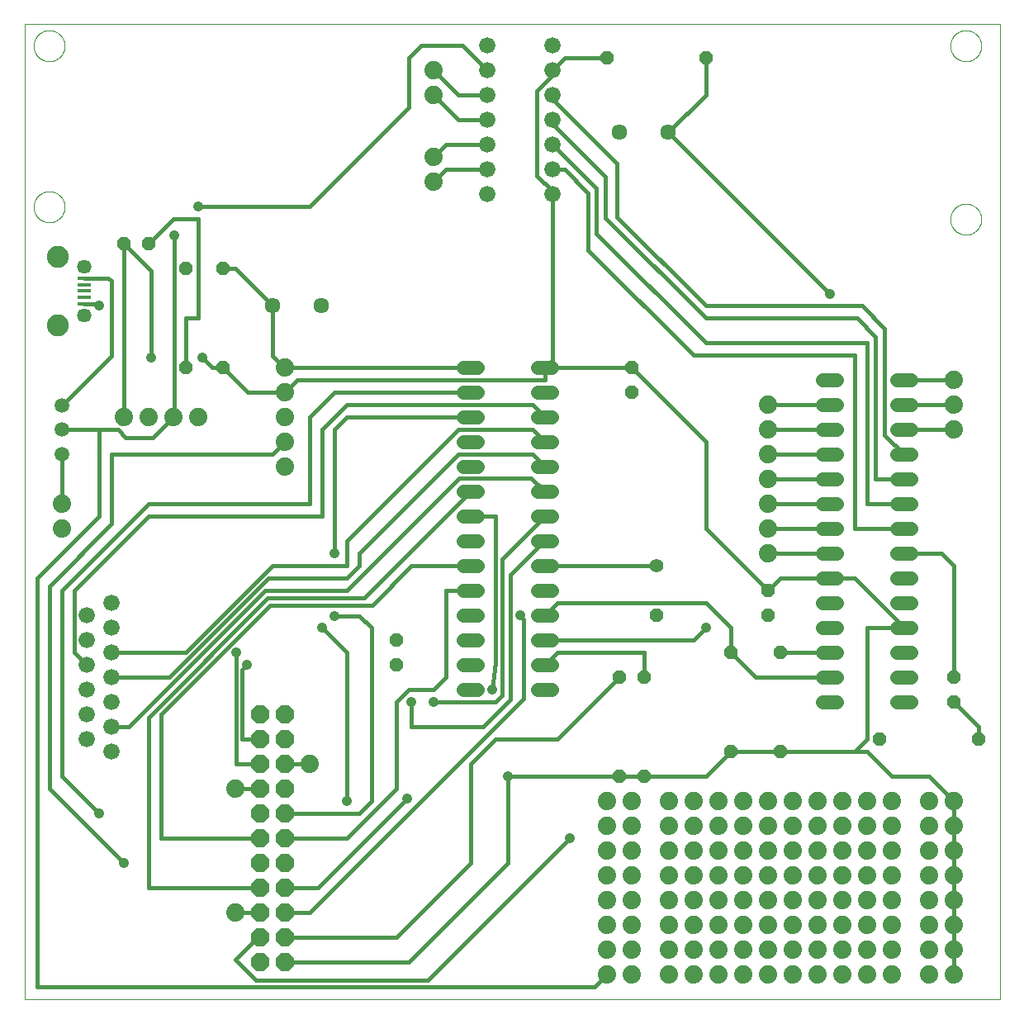
<source format=gtl>
G75*
%MOIN*%
%OFA0B0*%
%FSLAX25Y25*%
%IPPOS*%
%LPD*%
%AMOC8*
5,1,8,0,0,1.08239X$1,22.5*
%
%ADD10C,0.00000*%
%ADD11C,0.05600*%
%ADD12R,0.05315X0.01575*%
%ADD13C,0.05746*%
%ADD14C,0.08858*%
%ADD15C,0.07400*%
%ADD16C,0.05943*%
%ADD17OC8,0.05600*%
%ADD18C,0.06337*%
%ADD19C,0.05600*%
%ADD20C,0.06600*%
%ADD21OC8,0.07400*%
%ADD22C,0.01600*%
%ADD23C,0.04165*%
D10*
X0085423Y0001800D02*
X0085423Y0395501D01*
X0479124Y0395501D01*
X0479124Y0001800D01*
X0085423Y0001800D01*
X0459173Y0316800D02*
X0459175Y0316958D01*
X0459181Y0317115D01*
X0459191Y0317273D01*
X0459205Y0317430D01*
X0459223Y0317586D01*
X0459244Y0317743D01*
X0459270Y0317898D01*
X0459300Y0318053D01*
X0459333Y0318207D01*
X0459371Y0318360D01*
X0459412Y0318513D01*
X0459457Y0318664D01*
X0459506Y0318814D01*
X0459559Y0318962D01*
X0459615Y0319110D01*
X0459676Y0319255D01*
X0459739Y0319400D01*
X0459807Y0319542D01*
X0459878Y0319683D01*
X0459952Y0319822D01*
X0460030Y0319959D01*
X0460112Y0320094D01*
X0460196Y0320227D01*
X0460285Y0320358D01*
X0460376Y0320486D01*
X0460471Y0320613D01*
X0460568Y0320736D01*
X0460669Y0320858D01*
X0460773Y0320976D01*
X0460880Y0321092D01*
X0460990Y0321205D01*
X0461102Y0321316D01*
X0461218Y0321423D01*
X0461336Y0321528D01*
X0461456Y0321630D01*
X0461579Y0321728D01*
X0461705Y0321824D01*
X0461833Y0321916D01*
X0461963Y0322005D01*
X0462095Y0322091D01*
X0462230Y0322173D01*
X0462367Y0322252D01*
X0462505Y0322327D01*
X0462645Y0322399D01*
X0462788Y0322467D01*
X0462931Y0322532D01*
X0463077Y0322593D01*
X0463224Y0322650D01*
X0463372Y0322704D01*
X0463522Y0322754D01*
X0463672Y0322800D01*
X0463824Y0322842D01*
X0463977Y0322881D01*
X0464131Y0322915D01*
X0464286Y0322946D01*
X0464441Y0322972D01*
X0464597Y0322995D01*
X0464754Y0323014D01*
X0464911Y0323029D01*
X0465068Y0323040D01*
X0465226Y0323047D01*
X0465384Y0323050D01*
X0465541Y0323049D01*
X0465699Y0323044D01*
X0465856Y0323035D01*
X0466014Y0323022D01*
X0466170Y0323005D01*
X0466327Y0322984D01*
X0466482Y0322960D01*
X0466637Y0322931D01*
X0466792Y0322898D01*
X0466945Y0322862D01*
X0467098Y0322821D01*
X0467249Y0322777D01*
X0467399Y0322729D01*
X0467548Y0322678D01*
X0467696Y0322622D01*
X0467842Y0322563D01*
X0467987Y0322500D01*
X0468130Y0322433D01*
X0468271Y0322363D01*
X0468410Y0322290D01*
X0468548Y0322213D01*
X0468684Y0322132D01*
X0468817Y0322048D01*
X0468948Y0321961D01*
X0469077Y0321870D01*
X0469204Y0321776D01*
X0469329Y0321679D01*
X0469450Y0321579D01*
X0469570Y0321476D01*
X0469686Y0321370D01*
X0469800Y0321261D01*
X0469912Y0321149D01*
X0470020Y0321035D01*
X0470125Y0320917D01*
X0470228Y0320797D01*
X0470327Y0320675D01*
X0470423Y0320550D01*
X0470516Y0320422D01*
X0470606Y0320293D01*
X0470692Y0320161D01*
X0470776Y0320027D01*
X0470855Y0319891D01*
X0470932Y0319753D01*
X0471004Y0319613D01*
X0471073Y0319471D01*
X0471139Y0319328D01*
X0471201Y0319183D01*
X0471259Y0319036D01*
X0471314Y0318888D01*
X0471365Y0318739D01*
X0471412Y0318588D01*
X0471455Y0318437D01*
X0471494Y0318284D01*
X0471530Y0318130D01*
X0471561Y0317976D01*
X0471589Y0317821D01*
X0471613Y0317665D01*
X0471633Y0317508D01*
X0471649Y0317351D01*
X0471661Y0317194D01*
X0471669Y0317037D01*
X0471673Y0316879D01*
X0471673Y0316721D01*
X0471669Y0316563D01*
X0471661Y0316406D01*
X0471649Y0316249D01*
X0471633Y0316092D01*
X0471613Y0315935D01*
X0471589Y0315779D01*
X0471561Y0315624D01*
X0471530Y0315470D01*
X0471494Y0315316D01*
X0471455Y0315163D01*
X0471412Y0315012D01*
X0471365Y0314861D01*
X0471314Y0314712D01*
X0471259Y0314564D01*
X0471201Y0314417D01*
X0471139Y0314272D01*
X0471073Y0314129D01*
X0471004Y0313987D01*
X0470932Y0313847D01*
X0470855Y0313709D01*
X0470776Y0313573D01*
X0470692Y0313439D01*
X0470606Y0313307D01*
X0470516Y0313178D01*
X0470423Y0313050D01*
X0470327Y0312925D01*
X0470228Y0312803D01*
X0470125Y0312683D01*
X0470020Y0312565D01*
X0469912Y0312451D01*
X0469800Y0312339D01*
X0469686Y0312230D01*
X0469570Y0312124D01*
X0469450Y0312021D01*
X0469329Y0311921D01*
X0469204Y0311824D01*
X0469077Y0311730D01*
X0468948Y0311639D01*
X0468817Y0311552D01*
X0468684Y0311468D01*
X0468548Y0311387D01*
X0468410Y0311310D01*
X0468271Y0311237D01*
X0468130Y0311167D01*
X0467987Y0311100D01*
X0467842Y0311037D01*
X0467696Y0310978D01*
X0467548Y0310922D01*
X0467399Y0310871D01*
X0467249Y0310823D01*
X0467098Y0310779D01*
X0466945Y0310738D01*
X0466792Y0310702D01*
X0466637Y0310669D01*
X0466482Y0310640D01*
X0466327Y0310616D01*
X0466170Y0310595D01*
X0466014Y0310578D01*
X0465856Y0310565D01*
X0465699Y0310556D01*
X0465541Y0310551D01*
X0465384Y0310550D01*
X0465226Y0310553D01*
X0465068Y0310560D01*
X0464911Y0310571D01*
X0464754Y0310586D01*
X0464597Y0310605D01*
X0464441Y0310628D01*
X0464286Y0310654D01*
X0464131Y0310685D01*
X0463977Y0310719D01*
X0463824Y0310758D01*
X0463672Y0310800D01*
X0463522Y0310846D01*
X0463372Y0310896D01*
X0463224Y0310950D01*
X0463077Y0311007D01*
X0462931Y0311068D01*
X0462788Y0311133D01*
X0462645Y0311201D01*
X0462505Y0311273D01*
X0462367Y0311348D01*
X0462230Y0311427D01*
X0462095Y0311509D01*
X0461963Y0311595D01*
X0461833Y0311684D01*
X0461705Y0311776D01*
X0461579Y0311872D01*
X0461456Y0311970D01*
X0461336Y0312072D01*
X0461218Y0312177D01*
X0461102Y0312284D01*
X0460990Y0312395D01*
X0460880Y0312508D01*
X0460773Y0312624D01*
X0460669Y0312742D01*
X0460568Y0312864D01*
X0460471Y0312987D01*
X0460376Y0313114D01*
X0460285Y0313242D01*
X0460196Y0313373D01*
X0460112Y0313506D01*
X0460030Y0313641D01*
X0459952Y0313778D01*
X0459878Y0313917D01*
X0459807Y0314058D01*
X0459739Y0314200D01*
X0459676Y0314345D01*
X0459615Y0314490D01*
X0459559Y0314638D01*
X0459506Y0314786D01*
X0459457Y0314936D01*
X0459412Y0315087D01*
X0459371Y0315240D01*
X0459333Y0315393D01*
X0459300Y0315547D01*
X0459270Y0315702D01*
X0459244Y0315857D01*
X0459223Y0316014D01*
X0459205Y0316170D01*
X0459191Y0316327D01*
X0459181Y0316485D01*
X0459175Y0316642D01*
X0459173Y0316800D01*
X0459173Y0386800D02*
X0459175Y0386958D01*
X0459181Y0387115D01*
X0459191Y0387273D01*
X0459205Y0387430D01*
X0459223Y0387586D01*
X0459244Y0387743D01*
X0459270Y0387898D01*
X0459300Y0388053D01*
X0459333Y0388207D01*
X0459371Y0388360D01*
X0459412Y0388513D01*
X0459457Y0388664D01*
X0459506Y0388814D01*
X0459559Y0388962D01*
X0459615Y0389110D01*
X0459676Y0389255D01*
X0459739Y0389400D01*
X0459807Y0389542D01*
X0459878Y0389683D01*
X0459952Y0389822D01*
X0460030Y0389959D01*
X0460112Y0390094D01*
X0460196Y0390227D01*
X0460285Y0390358D01*
X0460376Y0390486D01*
X0460471Y0390613D01*
X0460568Y0390736D01*
X0460669Y0390858D01*
X0460773Y0390976D01*
X0460880Y0391092D01*
X0460990Y0391205D01*
X0461102Y0391316D01*
X0461218Y0391423D01*
X0461336Y0391528D01*
X0461456Y0391630D01*
X0461579Y0391728D01*
X0461705Y0391824D01*
X0461833Y0391916D01*
X0461963Y0392005D01*
X0462095Y0392091D01*
X0462230Y0392173D01*
X0462367Y0392252D01*
X0462505Y0392327D01*
X0462645Y0392399D01*
X0462788Y0392467D01*
X0462931Y0392532D01*
X0463077Y0392593D01*
X0463224Y0392650D01*
X0463372Y0392704D01*
X0463522Y0392754D01*
X0463672Y0392800D01*
X0463824Y0392842D01*
X0463977Y0392881D01*
X0464131Y0392915D01*
X0464286Y0392946D01*
X0464441Y0392972D01*
X0464597Y0392995D01*
X0464754Y0393014D01*
X0464911Y0393029D01*
X0465068Y0393040D01*
X0465226Y0393047D01*
X0465384Y0393050D01*
X0465541Y0393049D01*
X0465699Y0393044D01*
X0465856Y0393035D01*
X0466014Y0393022D01*
X0466170Y0393005D01*
X0466327Y0392984D01*
X0466482Y0392960D01*
X0466637Y0392931D01*
X0466792Y0392898D01*
X0466945Y0392862D01*
X0467098Y0392821D01*
X0467249Y0392777D01*
X0467399Y0392729D01*
X0467548Y0392678D01*
X0467696Y0392622D01*
X0467842Y0392563D01*
X0467987Y0392500D01*
X0468130Y0392433D01*
X0468271Y0392363D01*
X0468410Y0392290D01*
X0468548Y0392213D01*
X0468684Y0392132D01*
X0468817Y0392048D01*
X0468948Y0391961D01*
X0469077Y0391870D01*
X0469204Y0391776D01*
X0469329Y0391679D01*
X0469450Y0391579D01*
X0469570Y0391476D01*
X0469686Y0391370D01*
X0469800Y0391261D01*
X0469912Y0391149D01*
X0470020Y0391035D01*
X0470125Y0390917D01*
X0470228Y0390797D01*
X0470327Y0390675D01*
X0470423Y0390550D01*
X0470516Y0390422D01*
X0470606Y0390293D01*
X0470692Y0390161D01*
X0470776Y0390027D01*
X0470855Y0389891D01*
X0470932Y0389753D01*
X0471004Y0389613D01*
X0471073Y0389471D01*
X0471139Y0389328D01*
X0471201Y0389183D01*
X0471259Y0389036D01*
X0471314Y0388888D01*
X0471365Y0388739D01*
X0471412Y0388588D01*
X0471455Y0388437D01*
X0471494Y0388284D01*
X0471530Y0388130D01*
X0471561Y0387976D01*
X0471589Y0387821D01*
X0471613Y0387665D01*
X0471633Y0387508D01*
X0471649Y0387351D01*
X0471661Y0387194D01*
X0471669Y0387037D01*
X0471673Y0386879D01*
X0471673Y0386721D01*
X0471669Y0386563D01*
X0471661Y0386406D01*
X0471649Y0386249D01*
X0471633Y0386092D01*
X0471613Y0385935D01*
X0471589Y0385779D01*
X0471561Y0385624D01*
X0471530Y0385470D01*
X0471494Y0385316D01*
X0471455Y0385163D01*
X0471412Y0385012D01*
X0471365Y0384861D01*
X0471314Y0384712D01*
X0471259Y0384564D01*
X0471201Y0384417D01*
X0471139Y0384272D01*
X0471073Y0384129D01*
X0471004Y0383987D01*
X0470932Y0383847D01*
X0470855Y0383709D01*
X0470776Y0383573D01*
X0470692Y0383439D01*
X0470606Y0383307D01*
X0470516Y0383178D01*
X0470423Y0383050D01*
X0470327Y0382925D01*
X0470228Y0382803D01*
X0470125Y0382683D01*
X0470020Y0382565D01*
X0469912Y0382451D01*
X0469800Y0382339D01*
X0469686Y0382230D01*
X0469570Y0382124D01*
X0469450Y0382021D01*
X0469329Y0381921D01*
X0469204Y0381824D01*
X0469077Y0381730D01*
X0468948Y0381639D01*
X0468817Y0381552D01*
X0468684Y0381468D01*
X0468548Y0381387D01*
X0468410Y0381310D01*
X0468271Y0381237D01*
X0468130Y0381167D01*
X0467987Y0381100D01*
X0467842Y0381037D01*
X0467696Y0380978D01*
X0467548Y0380922D01*
X0467399Y0380871D01*
X0467249Y0380823D01*
X0467098Y0380779D01*
X0466945Y0380738D01*
X0466792Y0380702D01*
X0466637Y0380669D01*
X0466482Y0380640D01*
X0466327Y0380616D01*
X0466170Y0380595D01*
X0466014Y0380578D01*
X0465856Y0380565D01*
X0465699Y0380556D01*
X0465541Y0380551D01*
X0465384Y0380550D01*
X0465226Y0380553D01*
X0465068Y0380560D01*
X0464911Y0380571D01*
X0464754Y0380586D01*
X0464597Y0380605D01*
X0464441Y0380628D01*
X0464286Y0380654D01*
X0464131Y0380685D01*
X0463977Y0380719D01*
X0463824Y0380758D01*
X0463672Y0380800D01*
X0463522Y0380846D01*
X0463372Y0380896D01*
X0463224Y0380950D01*
X0463077Y0381007D01*
X0462931Y0381068D01*
X0462788Y0381133D01*
X0462645Y0381201D01*
X0462505Y0381273D01*
X0462367Y0381348D01*
X0462230Y0381427D01*
X0462095Y0381509D01*
X0461963Y0381595D01*
X0461833Y0381684D01*
X0461705Y0381776D01*
X0461579Y0381872D01*
X0461456Y0381970D01*
X0461336Y0382072D01*
X0461218Y0382177D01*
X0461102Y0382284D01*
X0460990Y0382395D01*
X0460880Y0382508D01*
X0460773Y0382624D01*
X0460669Y0382742D01*
X0460568Y0382864D01*
X0460471Y0382987D01*
X0460376Y0383114D01*
X0460285Y0383242D01*
X0460196Y0383373D01*
X0460112Y0383506D01*
X0460030Y0383641D01*
X0459952Y0383778D01*
X0459878Y0383917D01*
X0459807Y0384058D01*
X0459739Y0384200D01*
X0459676Y0384345D01*
X0459615Y0384490D01*
X0459559Y0384638D01*
X0459506Y0384786D01*
X0459457Y0384936D01*
X0459412Y0385087D01*
X0459371Y0385240D01*
X0459333Y0385393D01*
X0459300Y0385547D01*
X0459270Y0385702D01*
X0459244Y0385857D01*
X0459223Y0386014D01*
X0459205Y0386170D01*
X0459191Y0386327D01*
X0459181Y0386485D01*
X0459175Y0386642D01*
X0459173Y0386800D01*
X0089173Y0386800D02*
X0089175Y0386958D01*
X0089181Y0387115D01*
X0089191Y0387273D01*
X0089205Y0387430D01*
X0089223Y0387586D01*
X0089244Y0387743D01*
X0089270Y0387898D01*
X0089300Y0388053D01*
X0089333Y0388207D01*
X0089371Y0388360D01*
X0089412Y0388513D01*
X0089457Y0388664D01*
X0089506Y0388814D01*
X0089559Y0388962D01*
X0089615Y0389110D01*
X0089676Y0389255D01*
X0089739Y0389400D01*
X0089807Y0389542D01*
X0089878Y0389683D01*
X0089952Y0389822D01*
X0090030Y0389959D01*
X0090112Y0390094D01*
X0090196Y0390227D01*
X0090285Y0390358D01*
X0090376Y0390486D01*
X0090471Y0390613D01*
X0090568Y0390736D01*
X0090669Y0390858D01*
X0090773Y0390976D01*
X0090880Y0391092D01*
X0090990Y0391205D01*
X0091102Y0391316D01*
X0091218Y0391423D01*
X0091336Y0391528D01*
X0091456Y0391630D01*
X0091579Y0391728D01*
X0091705Y0391824D01*
X0091833Y0391916D01*
X0091963Y0392005D01*
X0092095Y0392091D01*
X0092230Y0392173D01*
X0092367Y0392252D01*
X0092505Y0392327D01*
X0092645Y0392399D01*
X0092788Y0392467D01*
X0092931Y0392532D01*
X0093077Y0392593D01*
X0093224Y0392650D01*
X0093372Y0392704D01*
X0093522Y0392754D01*
X0093672Y0392800D01*
X0093824Y0392842D01*
X0093977Y0392881D01*
X0094131Y0392915D01*
X0094286Y0392946D01*
X0094441Y0392972D01*
X0094597Y0392995D01*
X0094754Y0393014D01*
X0094911Y0393029D01*
X0095068Y0393040D01*
X0095226Y0393047D01*
X0095384Y0393050D01*
X0095541Y0393049D01*
X0095699Y0393044D01*
X0095856Y0393035D01*
X0096014Y0393022D01*
X0096170Y0393005D01*
X0096327Y0392984D01*
X0096482Y0392960D01*
X0096637Y0392931D01*
X0096792Y0392898D01*
X0096945Y0392862D01*
X0097098Y0392821D01*
X0097249Y0392777D01*
X0097399Y0392729D01*
X0097548Y0392678D01*
X0097696Y0392622D01*
X0097842Y0392563D01*
X0097987Y0392500D01*
X0098130Y0392433D01*
X0098271Y0392363D01*
X0098410Y0392290D01*
X0098548Y0392213D01*
X0098684Y0392132D01*
X0098817Y0392048D01*
X0098948Y0391961D01*
X0099077Y0391870D01*
X0099204Y0391776D01*
X0099329Y0391679D01*
X0099450Y0391579D01*
X0099570Y0391476D01*
X0099686Y0391370D01*
X0099800Y0391261D01*
X0099912Y0391149D01*
X0100020Y0391035D01*
X0100125Y0390917D01*
X0100228Y0390797D01*
X0100327Y0390675D01*
X0100423Y0390550D01*
X0100516Y0390422D01*
X0100606Y0390293D01*
X0100692Y0390161D01*
X0100776Y0390027D01*
X0100855Y0389891D01*
X0100932Y0389753D01*
X0101004Y0389613D01*
X0101073Y0389471D01*
X0101139Y0389328D01*
X0101201Y0389183D01*
X0101259Y0389036D01*
X0101314Y0388888D01*
X0101365Y0388739D01*
X0101412Y0388588D01*
X0101455Y0388437D01*
X0101494Y0388284D01*
X0101530Y0388130D01*
X0101561Y0387976D01*
X0101589Y0387821D01*
X0101613Y0387665D01*
X0101633Y0387508D01*
X0101649Y0387351D01*
X0101661Y0387194D01*
X0101669Y0387037D01*
X0101673Y0386879D01*
X0101673Y0386721D01*
X0101669Y0386563D01*
X0101661Y0386406D01*
X0101649Y0386249D01*
X0101633Y0386092D01*
X0101613Y0385935D01*
X0101589Y0385779D01*
X0101561Y0385624D01*
X0101530Y0385470D01*
X0101494Y0385316D01*
X0101455Y0385163D01*
X0101412Y0385012D01*
X0101365Y0384861D01*
X0101314Y0384712D01*
X0101259Y0384564D01*
X0101201Y0384417D01*
X0101139Y0384272D01*
X0101073Y0384129D01*
X0101004Y0383987D01*
X0100932Y0383847D01*
X0100855Y0383709D01*
X0100776Y0383573D01*
X0100692Y0383439D01*
X0100606Y0383307D01*
X0100516Y0383178D01*
X0100423Y0383050D01*
X0100327Y0382925D01*
X0100228Y0382803D01*
X0100125Y0382683D01*
X0100020Y0382565D01*
X0099912Y0382451D01*
X0099800Y0382339D01*
X0099686Y0382230D01*
X0099570Y0382124D01*
X0099450Y0382021D01*
X0099329Y0381921D01*
X0099204Y0381824D01*
X0099077Y0381730D01*
X0098948Y0381639D01*
X0098817Y0381552D01*
X0098684Y0381468D01*
X0098548Y0381387D01*
X0098410Y0381310D01*
X0098271Y0381237D01*
X0098130Y0381167D01*
X0097987Y0381100D01*
X0097842Y0381037D01*
X0097696Y0380978D01*
X0097548Y0380922D01*
X0097399Y0380871D01*
X0097249Y0380823D01*
X0097098Y0380779D01*
X0096945Y0380738D01*
X0096792Y0380702D01*
X0096637Y0380669D01*
X0096482Y0380640D01*
X0096327Y0380616D01*
X0096170Y0380595D01*
X0096014Y0380578D01*
X0095856Y0380565D01*
X0095699Y0380556D01*
X0095541Y0380551D01*
X0095384Y0380550D01*
X0095226Y0380553D01*
X0095068Y0380560D01*
X0094911Y0380571D01*
X0094754Y0380586D01*
X0094597Y0380605D01*
X0094441Y0380628D01*
X0094286Y0380654D01*
X0094131Y0380685D01*
X0093977Y0380719D01*
X0093824Y0380758D01*
X0093672Y0380800D01*
X0093522Y0380846D01*
X0093372Y0380896D01*
X0093224Y0380950D01*
X0093077Y0381007D01*
X0092931Y0381068D01*
X0092788Y0381133D01*
X0092645Y0381201D01*
X0092505Y0381273D01*
X0092367Y0381348D01*
X0092230Y0381427D01*
X0092095Y0381509D01*
X0091963Y0381595D01*
X0091833Y0381684D01*
X0091705Y0381776D01*
X0091579Y0381872D01*
X0091456Y0381970D01*
X0091336Y0382072D01*
X0091218Y0382177D01*
X0091102Y0382284D01*
X0090990Y0382395D01*
X0090880Y0382508D01*
X0090773Y0382624D01*
X0090669Y0382742D01*
X0090568Y0382864D01*
X0090471Y0382987D01*
X0090376Y0383114D01*
X0090285Y0383242D01*
X0090196Y0383373D01*
X0090112Y0383506D01*
X0090030Y0383641D01*
X0089952Y0383778D01*
X0089878Y0383917D01*
X0089807Y0384058D01*
X0089739Y0384200D01*
X0089676Y0384345D01*
X0089615Y0384490D01*
X0089559Y0384638D01*
X0089506Y0384786D01*
X0089457Y0384936D01*
X0089412Y0385087D01*
X0089371Y0385240D01*
X0089333Y0385393D01*
X0089300Y0385547D01*
X0089270Y0385702D01*
X0089244Y0385857D01*
X0089223Y0386014D01*
X0089205Y0386170D01*
X0089191Y0386327D01*
X0089181Y0386485D01*
X0089175Y0386642D01*
X0089173Y0386800D01*
X0089173Y0321800D02*
X0089175Y0321958D01*
X0089181Y0322115D01*
X0089191Y0322273D01*
X0089205Y0322430D01*
X0089223Y0322586D01*
X0089244Y0322743D01*
X0089270Y0322898D01*
X0089300Y0323053D01*
X0089333Y0323207D01*
X0089371Y0323360D01*
X0089412Y0323513D01*
X0089457Y0323664D01*
X0089506Y0323814D01*
X0089559Y0323962D01*
X0089615Y0324110D01*
X0089676Y0324255D01*
X0089739Y0324400D01*
X0089807Y0324542D01*
X0089878Y0324683D01*
X0089952Y0324822D01*
X0090030Y0324959D01*
X0090112Y0325094D01*
X0090196Y0325227D01*
X0090285Y0325358D01*
X0090376Y0325486D01*
X0090471Y0325613D01*
X0090568Y0325736D01*
X0090669Y0325858D01*
X0090773Y0325976D01*
X0090880Y0326092D01*
X0090990Y0326205D01*
X0091102Y0326316D01*
X0091218Y0326423D01*
X0091336Y0326528D01*
X0091456Y0326630D01*
X0091579Y0326728D01*
X0091705Y0326824D01*
X0091833Y0326916D01*
X0091963Y0327005D01*
X0092095Y0327091D01*
X0092230Y0327173D01*
X0092367Y0327252D01*
X0092505Y0327327D01*
X0092645Y0327399D01*
X0092788Y0327467D01*
X0092931Y0327532D01*
X0093077Y0327593D01*
X0093224Y0327650D01*
X0093372Y0327704D01*
X0093522Y0327754D01*
X0093672Y0327800D01*
X0093824Y0327842D01*
X0093977Y0327881D01*
X0094131Y0327915D01*
X0094286Y0327946D01*
X0094441Y0327972D01*
X0094597Y0327995D01*
X0094754Y0328014D01*
X0094911Y0328029D01*
X0095068Y0328040D01*
X0095226Y0328047D01*
X0095384Y0328050D01*
X0095541Y0328049D01*
X0095699Y0328044D01*
X0095856Y0328035D01*
X0096014Y0328022D01*
X0096170Y0328005D01*
X0096327Y0327984D01*
X0096482Y0327960D01*
X0096637Y0327931D01*
X0096792Y0327898D01*
X0096945Y0327862D01*
X0097098Y0327821D01*
X0097249Y0327777D01*
X0097399Y0327729D01*
X0097548Y0327678D01*
X0097696Y0327622D01*
X0097842Y0327563D01*
X0097987Y0327500D01*
X0098130Y0327433D01*
X0098271Y0327363D01*
X0098410Y0327290D01*
X0098548Y0327213D01*
X0098684Y0327132D01*
X0098817Y0327048D01*
X0098948Y0326961D01*
X0099077Y0326870D01*
X0099204Y0326776D01*
X0099329Y0326679D01*
X0099450Y0326579D01*
X0099570Y0326476D01*
X0099686Y0326370D01*
X0099800Y0326261D01*
X0099912Y0326149D01*
X0100020Y0326035D01*
X0100125Y0325917D01*
X0100228Y0325797D01*
X0100327Y0325675D01*
X0100423Y0325550D01*
X0100516Y0325422D01*
X0100606Y0325293D01*
X0100692Y0325161D01*
X0100776Y0325027D01*
X0100855Y0324891D01*
X0100932Y0324753D01*
X0101004Y0324613D01*
X0101073Y0324471D01*
X0101139Y0324328D01*
X0101201Y0324183D01*
X0101259Y0324036D01*
X0101314Y0323888D01*
X0101365Y0323739D01*
X0101412Y0323588D01*
X0101455Y0323437D01*
X0101494Y0323284D01*
X0101530Y0323130D01*
X0101561Y0322976D01*
X0101589Y0322821D01*
X0101613Y0322665D01*
X0101633Y0322508D01*
X0101649Y0322351D01*
X0101661Y0322194D01*
X0101669Y0322037D01*
X0101673Y0321879D01*
X0101673Y0321721D01*
X0101669Y0321563D01*
X0101661Y0321406D01*
X0101649Y0321249D01*
X0101633Y0321092D01*
X0101613Y0320935D01*
X0101589Y0320779D01*
X0101561Y0320624D01*
X0101530Y0320470D01*
X0101494Y0320316D01*
X0101455Y0320163D01*
X0101412Y0320012D01*
X0101365Y0319861D01*
X0101314Y0319712D01*
X0101259Y0319564D01*
X0101201Y0319417D01*
X0101139Y0319272D01*
X0101073Y0319129D01*
X0101004Y0318987D01*
X0100932Y0318847D01*
X0100855Y0318709D01*
X0100776Y0318573D01*
X0100692Y0318439D01*
X0100606Y0318307D01*
X0100516Y0318178D01*
X0100423Y0318050D01*
X0100327Y0317925D01*
X0100228Y0317803D01*
X0100125Y0317683D01*
X0100020Y0317565D01*
X0099912Y0317451D01*
X0099800Y0317339D01*
X0099686Y0317230D01*
X0099570Y0317124D01*
X0099450Y0317021D01*
X0099329Y0316921D01*
X0099204Y0316824D01*
X0099077Y0316730D01*
X0098948Y0316639D01*
X0098817Y0316552D01*
X0098684Y0316468D01*
X0098548Y0316387D01*
X0098410Y0316310D01*
X0098271Y0316237D01*
X0098130Y0316167D01*
X0097987Y0316100D01*
X0097842Y0316037D01*
X0097696Y0315978D01*
X0097548Y0315922D01*
X0097399Y0315871D01*
X0097249Y0315823D01*
X0097098Y0315779D01*
X0096945Y0315738D01*
X0096792Y0315702D01*
X0096637Y0315669D01*
X0096482Y0315640D01*
X0096327Y0315616D01*
X0096170Y0315595D01*
X0096014Y0315578D01*
X0095856Y0315565D01*
X0095699Y0315556D01*
X0095541Y0315551D01*
X0095384Y0315550D01*
X0095226Y0315553D01*
X0095068Y0315560D01*
X0094911Y0315571D01*
X0094754Y0315586D01*
X0094597Y0315605D01*
X0094441Y0315628D01*
X0094286Y0315654D01*
X0094131Y0315685D01*
X0093977Y0315719D01*
X0093824Y0315758D01*
X0093672Y0315800D01*
X0093522Y0315846D01*
X0093372Y0315896D01*
X0093224Y0315950D01*
X0093077Y0316007D01*
X0092931Y0316068D01*
X0092788Y0316133D01*
X0092645Y0316201D01*
X0092505Y0316273D01*
X0092367Y0316348D01*
X0092230Y0316427D01*
X0092095Y0316509D01*
X0091963Y0316595D01*
X0091833Y0316684D01*
X0091705Y0316776D01*
X0091579Y0316872D01*
X0091456Y0316970D01*
X0091336Y0317072D01*
X0091218Y0317177D01*
X0091102Y0317284D01*
X0090990Y0317395D01*
X0090880Y0317508D01*
X0090773Y0317624D01*
X0090669Y0317742D01*
X0090568Y0317864D01*
X0090471Y0317987D01*
X0090376Y0318114D01*
X0090285Y0318242D01*
X0090196Y0318373D01*
X0090112Y0318506D01*
X0090030Y0318641D01*
X0089952Y0318778D01*
X0089878Y0318917D01*
X0089807Y0319058D01*
X0089739Y0319200D01*
X0089676Y0319345D01*
X0089615Y0319490D01*
X0089559Y0319638D01*
X0089506Y0319786D01*
X0089457Y0319936D01*
X0089412Y0320087D01*
X0089371Y0320240D01*
X0089333Y0320393D01*
X0089300Y0320547D01*
X0089270Y0320702D01*
X0089244Y0320857D01*
X0089223Y0321014D01*
X0089205Y0321170D01*
X0089191Y0321327D01*
X0089181Y0321485D01*
X0089175Y0321642D01*
X0089173Y0321800D01*
D11*
X0262623Y0256800D02*
X0268223Y0256800D01*
X0268223Y0246800D02*
X0262623Y0246800D01*
X0262623Y0236800D02*
X0268223Y0236800D01*
X0268223Y0226800D02*
X0262623Y0226800D01*
X0262623Y0216800D02*
X0268223Y0216800D01*
X0268223Y0206800D02*
X0262623Y0206800D01*
X0262623Y0196800D02*
X0268223Y0196800D01*
X0268223Y0186800D02*
X0262623Y0186800D01*
X0262623Y0176800D02*
X0268223Y0176800D01*
X0268223Y0166800D02*
X0262623Y0166800D01*
X0262623Y0156800D02*
X0268223Y0156800D01*
X0268223Y0146800D02*
X0262623Y0146800D01*
X0262623Y0136800D02*
X0268223Y0136800D01*
X0268223Y0126800D02*
X0262623Y0126800D01*
X0292623Y0126800D02*
X0298223Y0126800D01*
X0298223Y0136800D02*
X0292623Y0136800D01*
X0292623Y0146800D02*
X0298223Y0146800D01*
X0298223Y0156800D02*
X0292623Y0156800D01*
X0292623Y0166800D02*
X0298223Y0166800D01*
X0298223Y0176800D02*
X0292623Y0176800D01*
X0292623Y0186800D02*
X0298223Y0186800D01*
X0298223Y0196800D02*
X0292623Y0196800D01*
X0292623Y0206800D02*
X0298223Y0206800D01*
X0298223Y0216800D02*
X0292623Y0216800D01*
X0292623Y0226800D02*
X0298223Y0226800D01*
X0298223Y0236800D02*
X0292623Y0236800D01*
X0292623Y0246800D02*
X0298223Y0246800D01*
X0298223Y0256800D02*
X0292623Y0256800D01*
X0407623Y0251800D02*
X0413223Y0251800D01*
X0413223Y0241800D02*
X0407623Y0241800D01*
X0407623Y0231800D02*
X0413223Y0231800D01*
X0413223Y0221800D02*
X0407623Y0221800D01*
X0407623Y0211800D02*
X0413223Y0211800D01*
X0413223Y0201800D02*
X0407623Y0201800D01*
X0407623Y0191800D02*
X0413223Y0191800D01*
X0413223Y0181800D02*
X0407623Y0181800D01*
X0407623Y0171800D02*
X0413223Y0171800D01*
X0413223Y0161800D02*
X0407623Y0161800D01*
X0407623Y0151800D02*
X0413223Y0151800D01*
X0413223Y0141800D02*
X0407623Y0141800D01*
X0407623Y0131800D02*
X0413223Y0131800D01*
X0413223Y0121800D02*
X0407623Y0121800D01*
X0437623Y0121800D02*
X0443223Y0121800D01*
X0443223Y0131800D02*
X0437623Y0131800D01*
X0437623Y0141800D02*
X0443223Y0141800D01*
X0443223Y0151800D02*
X0437623Y0151800D01*
X0437623Y0161800D02*
X0443223Y0161800D01*
X0443223Y0171800D02*
X0437623Y0171800D01*
X0437623Y0181800D02*
X0443223Y0181800D01*
X0443223Y0191800D02*
X0437623Y0191800D01*
X0437623Y0201800D02*
X0443223Y0201800D01*
X0443223Y0211800D02*
X0437623Y0211800D01*
X0437623Y0221800D02*
X0443223Y0221800D01*
X0443223Y0231800D02*
X0437623Y0231800D01*
X0437623Y0241800D02*
X0443223Y0241800D01*
X0443223Y0251800D02*
X0437623Y0251800D01*
D12*
X0109553Y0282682D03*
X0109553Y0285280D03*
X0109553Y0287800D03*
X0109553Y0290359D03*
X0109553Y0292918D03*
D13*
X0109553Y0297643D03*
X0109553Y0277957D03*
D14*
X0098923Y0274020D03*
X0098923Y0301580D03*
D15*
X0125423Y0236800D03*
X0135423Y0236800D03*
X0145423Y0236800D03*
X0155423Y0236800D03*
X0190423Y0236800D03*
X0190423Y0246800D03*
X0190423Y0256800D03*
X0190423Y0226800D03*
X0190423Y0216800D03*
X0100423Y0201800D03*
X0100423Y0191800D03*
X0200423Y0096800D03*
X0170423Y0086800D03*
X0170423Y0036800D03*
X0320423Y0031800D03*
X0320423Y0021800D03*
X0330423Y0021800D03*
X0330423Y0031800D03*
X0330423Y0041800D03*
X0320423Y0041800D03*
X0320423Y0051800D03*
X0330423Y0051800D03*
X0330423Y0061800D03*
X0320423Y0061800D03*
X0320423Y0071800D03*
X0320423Y0081800D03*
X0330423Y0081800D03*
X0330423Y0071800D03*
X0345423Y0071800D03*
X0345423Y0081800D03*
X0355423Y0081800D03*
X0355423Y0071800D03*
X0365423Y0071800D03*
X0365423Y0081800D03*
X0375423Y0081800D03*
X0375423Y0071800D03*
X0385423Y0071800D03*
X0385423Y0081800D03*
X0395423Y0081800D03*
X0395423Y0071800D03*
X0395423Y0061800D03*
X0385423Y0061800D03*
X0375423Y0061800D03*
X0365423Y0061800D03*
X0355423Y0061800D03*
X0345423Y0061800D03*
X0345423Y0051800D03*
X0345423Y0041800D03*
X0355423Y0041800D03*
X0355423Y0051800D03*
X0365423Y0051800D03*
X0365423Y0041800D03*
X0375423Y0041800D03*
X0375423Y0051800D03*
X0385423Y0051800D03*
X0385423Y0041800D03*
X0385423Y0031800D03*
X0375423Y0031800D03*
X0365423Y0031800D03*
X0355423Y0031800D03*
X0345423Y0031800D03*
X0345423Y0021800D03*
X0355423Y0021800D03*
X0365423Y0021800D03*
X0375423Y0021800D03*
X0385423Y0021800D03*
X0385423Y0011800D03*
X0375423Y0011800D03*
X0365423Y0011800D03*
X0355423Y0011800D03*
X0345423Y0011800D03*
X0330423Y0011800D03*
X0320423Y0011800D03*
X0395423Y0011800D03*
X0395423Y0021800D03*
X0395423Y0031800D03*
X0395423Y0041800D03*
X0395423Y0051800D03*
X0405423Y0051800D03*
X0405423Y0041800D03*
X0415423Y0041800D03*
X0415423Y0051800D03*
X0425423Y0051800D03*
X0425423Y0041800D03*
X0435423Y0041800D03*
X0435423Y0051800D03*
X0435423Y0061800D03*
X0425423Y0061800D03*
X0415423Y0061800D03*
X0405423Y0061800D03*
X0405423Y0071800D03*
X0405423Y0081800D03*
X0415423Y0081800D03*
X0415423Y0071800D03*
X0425423Y0071800D03*
X0425423Y0081800D03*
X0435423Y0081800D03*
X0435423Y0071800D03*
X0450423Y0071800D03*
X0450423Y0081800D03*
X0460423Y0081800D03*
X0460423Y0071800D03*
X0460423Y0061800D03*
X0450423Y0061800D03*
X0450423Y0051800D03*
X0450423Y0041800D03*
X0460423Y0041800D03*
X0460423Y0051800D03*
X0460423Y0031800D03*
X0450423Y0031800D03*
X0450423Y0021800D03*
X0460423Y0021800D03*
X0460423Y0011800D03*
X0450423Y0011800D03*
X0435423Y0011800D03*
X0425423Y0011800D03*
X0415423Y0011800D03*
X0405423Y0011800D03*
X0405423Y0021800D03*
X0405423Y0031800D03*
X0415423Y0031800D03*
X0415423Y0021800D03*
X0425423Y0021800D03*
X0425423Y0031800D03*
X0435423Y0031800D03*
X0435423Y0021800D03*
X0385423Y0181800D03*
X0385423Y0191800D03*
X0385423Y0201800D03*
X0385423Y0211800D03*
X0385423Y0221800D03*
X0385423Y0231800D03*
X0385423Y0241800D03*
X0460423Y0241800D03*
X0460423Y0231800D03*
X0460423Y0251800D03*
X0250423Y0331800D03*
X0250423Y0341800D03*
X0250423Y0366800D03*
X0250423Y0376800D03*
D16*
X0100423Y0241643D03*
X0100423Y0231800D03*
X0100423Y0221957D03*
D17*
X0150423Y0256800D03*
X0165423Y0256800D03*
X0165423Y0296800D03*
X0150423Y0296800D03*
X0135423Y0306800D03*
X0125423Y0306800D03*
X0235423Y0146800D03*
X0235423Y0136800D03*
X0325423Y0131800D03*
X0335423Y0131800D03*
X0340423Y0156800D03*
X0370423Y0141800D03*
X0390423Y0141800D03*
X0385423Y0156800D03*
X0385423Y0166800D03*
X0430423Y0106800D03*
X0460423Y0121800D03*
X0460423Y0131800D03*
X0470423Y0106800D03*
X0390423Y0101800D03*
X0370423Y0101800D03*
X0335423Y0091800D03*
X0325423Y0091800D03*
X0330423Y0246800D03*
X0330423Y0256800D03*
X0320423Y0381800D03*
X0360423Y0381800D03*
D18*
X0345266Y0351800D03*
X0325581Y0351800D03*
X0205266Y0281800D03*
X0185581Y0281800D03*
D19*
X0340423Y0176800D03*
D20*
X0298455Y0326800D03*
X0298455Y0336800D03*
X0298455Y0346800D03*
X0298455Y0356800D03*
X0298455Y0366800D03*
X0298455Y0376800D03*
X0298455Y0386800D03*
X0272392Y0386800D03*
X0272392Y0376800D03*
X0272392Y0366800D03*
X0272392Y0356800D03*
X0272392Y0346800D03*
X0272392Y0336800D03*
X0272392Y0326800D03*
X0120423Y0161800D03*
X0120423Y0151800D03*
X0110423Y0146800D03*
X0110423Y0136800D03*
X0120423Y0131800D03*
X0120423Y0141800D03*
X0110423Y0126800D03*
X0110423Y0116800D03*
X0120423Y0111800D03*
X0120423Y0121800D03*
X0110423Y0106800D03*
X0120423Y0101800D03*
X0110423Y0156800D03*
D21*
X0180423Y0116800D03*
X0190423Y0116800D03*
X0190423Y0106800D03*
X0180423Y0106800D03*
X0180423Y0096800D03*
X0190423Y0096800D03*
X0190423Y0086800D03*
X0180423Y0086800D03*
X0180423Y0076800D03*
X0190423Y0076800D03*
X0190423Y0066800D03*
X0180423Y0066800D03*
X0180423Y0056800D03*
X0190423Y0056800D03*
X0190423Y0046800D03*
X0180423Y0046800D03*
X0180423Y0036800D03*
X0190423Y0036800D03*
X0190423Y0026800D03*
X0180423Y0026800D03*
X0180423Y0016800D03*
X0190423Y0016800D03*
D22*
X0240423Y0016800D01*
X0280423Y0056800D01*
X0280423Y0091800D01*
X0325423Y0091800D01*
X0335423Y0091800D01*
X0360423Y0091800D01*
X0370423Y0101800D01*
X0390423Y0101800D01*
X0420423Y0101800D01*
X0425423Y0101800D01*
X0435423Y0091800D01*
X0450423Y0091800D01*
X0460423Y0081800D01*
X0460423Y0071800D01*
X0460423Y0061800D01*
X0460423Y0051800D01*
X0460423Y0041800D01*
X0460423Y0031800D01*
X0460423Y0021800D01*
X0460423Y0011800D01*
X0420423Y0101800D02*
X0425423Y0106800D01*
X0425423Y0151800D01*
X0440423Y0151800D01*
X0420423Y0171800D01*
X0410423Y0171800D01*
X0390423Y0171800D01*
X0385423Y0166800D01*
X0360423Y0191800D01*
X0360423Y0226800D01*
X0330423Y0256800D01*
X0295423Y0256800D01*
X0298455Y0259831D01*
X0298455Y0326800D01*
X0298455Y0328153D01*
X0292255Y0334353D01*
X0292255Y0368747D01*
X0298455Y0374947D01*
X0298455Y0376800D01*
X0303455Y0381800D01*
X0320423Y0381800D01*
X0298455Y0366800D02*
X0298455Y0365447D01*
X0324523Y0339378D01*
X0324523Y0317700D01*
X0360423Y0281800D01*
X0423535Y0281800D01*
X0432623Y0272711D01*
X0432623Y0229600D01*
X0440423Y0221800D01*
X0440423Y0211800D02*
X0428923Y0211800D01*
X0428923Y0269300D01*
X0421423Y0276800D01*
X0360423Y0276800D01*
X0319823Y0317400D01*
X0319823Y0334078D01*
X0298455Y0355447D01*
X0298455Y0356800D01*
X0298455Y0346800D02*
X0300423Y0346800D01*
X0300423Y0344911D01*
X0316123Y0329211D01*
X0316123Y0311100D01*
X0360423Y0266800D01*
X0425423Y0266800D01*
X0425423Y0201800D01*
X0440423Y0201800D01*
X0440423Y0191800D02*
X0420423Y0191800D01*
X0420423Y0261800D01*
X0355423Y0261800D01*
X0312923Y0304300D01*
X0312923Y0327300D01*
X0303423Y0336800D01*
X0298455Y0336800D01*
X0272392Y0336800D02*
X0255423Y0336800D01*
X0250423Y0331800D01*
X0250423Y0341800D02*
X0255423Y0346800D01*
X0272392Y0346800D01*
X0272392Y0356800D02*
X0260423Y0356800D01*
X0250423Y0366800D01*
X0260423Y0366800D02*
X0250423Y0376800D01*
X0240423Y0381800D02*
X0245423Y0386800D01*
X0262392Y0386800D01*
X0272392Y0376800D01*
X0272392Y0366800D02*
X0260423Y0366800D01*
X0240423Y0361800D02*
X0240423Y0381800D01*
X0240423Y0361800D02*
X0200423Y0321800D01*
X0155423Y0321800D01*
X0155423Y0316800D02*
X0155423Y0276800D01*
X0150423Y0276800D01*
X0150423Y0256800D01*
X0157080Y0260800D02*
X0161080Y0256800D01*
X0165423Y0256800D01*
X0175423Y0246800D01*
X0190423Y0246800D01*
X0195423Y0251800D01*
X0295423Y0251800D01*
X0295423Y0256800D01*
X0290423Y0241800D02*
X0215423Y0241800D01*
X0205423Y0231800D01*
X0205423Y0196800D01*
X0135423Y0196800D01*
X0105423Y0166800D01*
X0105423Y0141800D01*
X0110423Y0136800D01*
X0120423Y0131800D02*
X0143923Y0131800D01*
X0183923Y0171800D01*
X0215423Y0171800D01*
X0220423Y0176800D01*
X0220423Y0181800D01*
X0260423Y0221800D01*
X0290423Y0221800D01*
X0295423Y0216800D01*
X0289923Y0212300D02*
X0260923Y0212300D01*
X0215423Y0166800D01*
X0182535Y0166800D01*
X0127535Y0111800D01*
X0120423Y0111800D01*
X0135423Y0115577D02*
X0183646Y0163800D01*
X0222423Y0163800D01*
X0265423Y0206800D01*
X0265423Y0196800D02*
X0275423Y0196800D01*
X0275423Y0138080D01*
X0274180Y0126800D01*
X0278334Y0124711D02*
X0275423Y0121800D01*
X0250423Y0121800D01*
X0250423Y0126800D02*
X0255423Y0131800D01*
X0255423Y0166800D01*
X0265423Y0166800D01*
X0265423Y0176800D02*
X0241535Y0176800D01*
X0225835Y0161100D01*
X0184723Y0161100D01*
X0140423Y0116800D01*
X0140423Y0066800D01*
X0180423Y0066800D01*
X0190423Y0066800D02*
X0215423Y0066800D01*
X0235423Y0086800D01*
X0235423Y0121800D01*
X0240423Y0126800D01*
X0250423Y0126800D01*
X0241423Y0121800D02*
X0241423Y0111800D01*
X0270423Y0111800D01*
X0281534Y0122911D01*
X0281534Y0173168D01*
X0295166Y0186800D01*
X0295423Y0186800D01*
X0295423Y0176800D02*
X0340423Y0176800D01*
X0360423Y0161800D02*
X0370423Y0151800D01*
X0370423Y0141800D01*
X0380423Y0131800D01*
X0410423Y0131800D01*
X0410423Y0141800D02*
X0390423Y0141800D01*
X0360423Y0151800D02*
X0355423Y0146800D01*
X0295423Y0146800D01*
X0300423Y0141800D02*
X0335423Y0141800D01*
X0335423Y0131800D01*
X0325423Y0131800D02*
X0300423Y0106800D01*
X0275423Y0106800D01*
X0265423Y0096800D01*
X0265423Y0056800D01*
X0235423Y0026800D01*
X0190423Y0026800D01*
X0180423Y0026800D02*
X0179711Y0026800D01*
X0170711Y0017800D01*
X0178811Y0009700D01*
X0248323Y0009700D01*
X0305423Y0066800D01*
X0320423Y0011800D02*
X0315423Y0006800D01*
X0090423Y0006800D01*
X0090423Y0171800D01*
X0115423Y0196800D01*
X0115423Y0231800D01*
X0123211Y0231800D01*
X0126311Y0228700D01*
X0137323Y0228700D01*
X0145423Y0236800D01*
X0145923Y0237300D01*
X0145923Y0310300D01*
X0145423Y0316800D02*
X0155423Y0316800D01*
X0145423Y0316800D02*
X0135423Y0306800D01*
X0125423Y0306800D02*
X0136423Y0295800D01*
X0136423Y0260800D01*
X0120423Y0261643D02*
X0120423Y0291800D01*
X0119305Y0292918D01*
X0109553Y0292918D01*
X0109553Y0282682D02*
X0114541Y0282682D01*
X0115423Y0281800D01*
X0120423Y0261643D02*
X0100423Y0241643D01*
X0100423Y0231800D02*
X0115423Y0231800D01*
X0125423Y0236800D02*
X0125423Y0306800D01*
X0165423Y0296800D02*
X0170581Y0296800D01*
X0185581Y0281800D01*
X0185581Y0261643D01*
X0190423Y0256800D01*
X0265423Y0256800D01*
X0265423Y0246800D02*
X0210423Y0246800D01*
X0200423Y0236800D01*
X0200423Y0201800D01*
X0135423Y0201800D01*
X0100423Y0166800D01*
X0100423Y0091800D01*
X0115423Y0076800D01*
X0095423Y0086800D02*
X0095423Y0168689D01*
X0120623Y0193889D01*
X0120623Y0221800D01*
X0185423Y0221800D01*
X0190423Y0226800D01*
X0210423Y0231800D02*
X0210423Y0181800D01*
X0215423Y0186800D02*
X0215423Y0176800D01*
X0185423Y0176800D01*
X0150423Y0141800D01*
X0120423Y0141800D01*
X0135423Y0115577D02*
X0135423Y0046800D01*
X0180423Y0046800D01*
X0180423Y0036800D02*
X0170423Y0036800D01*
X0190423Y0036800D02*
X0200423Y0036800D01*
X0286923Y0123300D01*
X0286923Y0155300D01*
X0285423Y0156800D01*
X0295423Y0156800D02*
X0300423Y0161800D01*
X0360423Y0161800D01*
X0385423Y0181800D02*
X0410423Y0181800D01*
X0410423Y0191800D02*
X0385423Y0191800D01*
X0385423Y0201800D02*
X0410423Y0201800D01*
X0410423Y0211800D02*
X0385423Y0211800D01*
X0385423Y0221800D02*
X0410423Y0221800D01*
X0410423Y0231800D02*
X0385423Y0231800D01*
X0385423Y0241800D02*
X0410423Y0241800D01*
X0440423Y0241800D02*
X0460423Y0241800D01*
X0460423Y0231800D02*
X0440423Y0231800D01*
X0440423Y0251800D02*
X0460423Y0251800D01*
X0410423Y0286643D02*
X0345266Y0351800D01*
X0360423Y0366957D01*
X0360423Y0381800D01*
X0290423Y0241800D02*
X0295423Y0236800D01*
X0290423Y0231800D02*
X0260423Y0231800D01*
X0215423Y0186800D01*
X0210423Y0156711D02*
X0220512Y0156711D01*
X0225423Y0151800D01*
X0225423Y0081800D01*
X0220423Y0076800D01*
X0190423Y0076800D01*
X0180423Y0086800D02*
X0170423Y0086800D01*
X0170923Y0096800D02*
X0180423Y0096800D01*
X0170923Y0096800D02*
X0170923Y0141800D01*
X0175323Y0136800D02*
X0173323Y0134800D01*
X0173323Y0106800D01*
X0180423Y0106800D01*
X0190423Y0096800D02*
X0200423Y0096800D01*
X0215423Y0081800D02*
X0215423Y0141800D01*
X0205423Y0151800D01*
X0278334Y0124711D02*
X0278334Y0179711D01*
X0295423Y0196800D01*
X0295423Y0206800D02*
X0289923Y0212300D01*
X0295423Y0226800D02*
X0290423Y0231800D01*
X0265423Y0236800D02*
X0215423Y0236800D01*
X0210423Y0231800D01*
X0100423Y0221957D02*
X0100423Y0201800D01*
X0095423Y0086800D02*
X0125423Y0056800D01*
X0190423Y0046800D02*
X0203923Y0046800D01*
X0239923Y0082800D01*
X0295423Y0136800D02*
X0300423Y0141800D01*
X0440423Y0181800D02*
X0455423Y0181800D01*
X0460423Y0176800D01*
X0460423Y0131800D01*
X0460423Y0121800D02*
X0470423Y0111800D01*
X0470423Y0106800D01*
D23*
X0360423Y0151800D03*
X0285423Y0156800D03*
X0274180Y0126800D03*
X0250423Y0121800D03*
X0241423Y0121800D03*
X0205423Y0151800D03*
X0210423Y0156711D03*
X0210423Y0181800D03*
X0170923Y0141800D03*
X0175323Y0136800D03*
X0215423Y0081800D03*
X0239923Y0082800D03*
X0280423Y0091800D03*
X0305423Y0066800D03*
X0125423Y0056800D03*
X0115423Y0076800D03*
X0136423Y0260800D03*
X0157080Y0260800D03*
X0115423Y0281800D03*
X0145923Y0310300D03*
X0155423Y0321800D03*
X0410423Y0286643D03*
M02*

</source>
